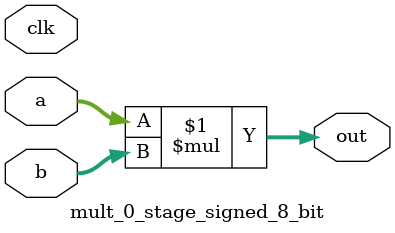
<source format=sv>
(* use_dsp = "yes" *) module mult_0_stage_signed_8_bit(
	input signed [7:0] a,
	input signed [7:0] b,
	output [7:0] out,
	input clk);

	assign out = a * b;
endmodule

</source>
